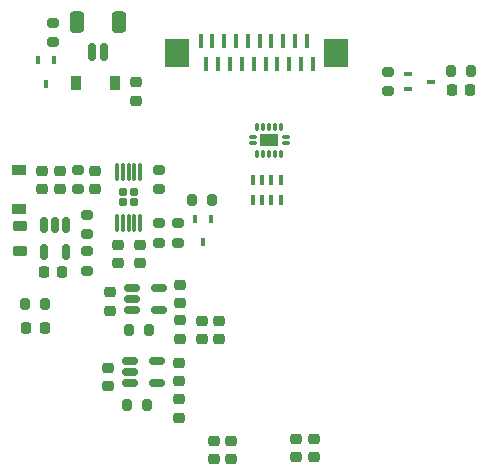
<source format=gbr>
%TF.GenerationSoftware,KiCad,Pcbnew,6.0.0-d3dd2cf0fa~116~ubuntu20.04.1*%
%TF.CreationDate,2022-01-19T11:27:02+02:00*%
%TF.ProjectId,isc0901b0-breakout,69736330-3930-4316-9230-2d627265616b,rev2*%
%TF.SameCoordinates,Original*%
%TF.FileFunction,Paste,Bot*%
%TF.FilePolarity,Positive*%
%FSLAX46Y46*%
G04 Gerber Fmt 4.6, Leading zero omitted, Abs format (unit mm)*
G04 Created by KiCad (PCBNEW 6.0.0-d3dd2cf0fa~116~ubuntu20.04.1) date 2022-01-19 11:27:02*
%MOMM*%
%LPD*%
G01*
G04 APERTURE LIST*
G04 Aperture macros list*
%AMRoundRect*
0 Rectangle with rounded corners*
0 $1 Rounding radius*
0 $2 $3 $4 $5 $6 $7 $8 $9 X,Y pos of 4 corners*
0 Add a 4 corners polygon primitive as box body*
4,1,4,$2,$3,$4,$5,$6,$7,$8,$9,$2,$3,0*
0 Add four circle primitives for the rounded corners*
1,1,$1+$1,$2,$3*
1,1,$1+$1,$4,$5*
1,1,$1+$1,$6,$7*
1,1,$1+$1,$8,$9*
0 Add four rect primitives between the rounded corners*
20,1,$1+$1,$2,$3,$4,$5,0*
20,1,$1+$1,$4,$5,$6,$7,0*
20,1,$1+$1,$6,$7,$8,$9,0*
20,1,$1+$1,$8,$9,$2,$3,0*%
G04 Aperture macros list end*
%ADD10RoundRect,0.008202X0.291798X0.116798X-0.291798X0.116798X-0.291798X-0.116798X0.291798X-0.116798X0*%
%ADD11RoundRect,0.008202X0.116798X-0.291798X0.116798X0.291798X-0.116798X0.291798X-0.116798X-0.291798X0*%
%ADD12RoundRect,0.032808X0.717192X-0.467192X0.717192X0.467192X-0.717192X0.467192X-0.717192X-0.467192X0*%
%ADD13RoundRect,0.200000X-0.200000X-0.275000X0.200000X-0.275000X0.200000X0.275000X-0.200000X0.275000X0*%
%ADD14RoundRect,0.200000X0.275000X-0.200000X0.275000X0.200000X-0.275000X0.200000X-0.275000X-0.200000X0*%
%ADD15R,0.700000X0.450000*%
%ADD16RoundRect,0.218750X-0.218750X-0.256250X0.218750X-0.256250X0.218750X0.256250X-0.218750X0.256250X0*%
%ADD17RoundRect,0.225000X-0.250000X0.225000X-0.250000X-0.225000X0.250000X-0.225000X0.250000X0.225000X0*%
%ADD18RoundRect,0.225000X0.250000X-0.225000X0.250000X0.225000X-0.250000X0.225000X-0.250000X-0.225000X0*%
%ADD19RoundRect,0.225000X-0.225000X-0.250000X0.225000X-0.250000X0.225000X0.250000X-0.225000X0.250000X0*%
%ADD20R,1.200000X0.900000*%
%ADD21RoundRect,0.218750X0.256250X-0.218750X0.256250X0.218750X-0.256250X0.218750X-0.256250X-0.218750X0*%
%ADD22RoundRect,0.218750X0.381250X-0.218750X0.381250X0.218750X-0.381250X0.218750X-0.381250X-0.218750X0*%
%ADD23RoundRect,0.200000X-0.275000X0.200000X-0.275000X-0.200000X0.275000X-0.200000X0.275000X0.200000X0*%
%ADD24RoundRect,0.150000X-0.512500X-0.150000X0.512500X-0.150000X0.512500X0.150000X-0.512500X0.150000X0*%
%ADD25RoundRect,0.218750X0.218750X0.256250X-0.218750X0.256250X-0.218750X-0.256250X0.218750X-0.256250X0*%
%ADD26RoundRect,0.200000X0.200000X0.275000X-0.200000X0.275000X-0.200000X-0.275000X0.200000X-0.275000X0*%
%ADD27RoundRect,0.150000X-0.150000X0.512500X-0.150000X-0.512500X0.150000X-0.512500X0.150000X0.512500X0*%
%ADD28RoundRect,0.075000X-0.075000X0.650000X-0.075000X-0.650000X0.075000X-0.650000X0.075000X0.650000X0*%
%ADD29RoundRect,0.170000X-0.210000X0.170000X-0.210000X-0.170000X0.210000X-0.170000X0.210000X0.170000X0*%
%ADD30R,0.450000X0.700000*%
%ADD31R,0.900000X1.200000*%
%ADD32RoundRect,0.218750X-0.256250X0.218750X-0.256250X-0.218750X0.256250X-0.218750X0.256250X0.218750X0*%
%ADD33RoundRect,0.150000X0.150000X0.625000X-0.150000X0.625000X-0.150000X-0.625000X0.150000X-0.625000X0*%
%ADD34RoundRect,0.250000X0.350000X0.650000X-0.350000X0.650000X-0.350000X-0.650000X0.350000X-0.650000X0*%
%ADD35R,0.400000X0.900000*%
%ADD36R,0.400000X1.150000*%
%ADD37R,2.000000X2.400000*%
G04 APERTURE END LIST*
D10*
%TO.C,U5*%
X66100000Y-106850000D03*
D11*
X66500000Y-105950000D03*
X67000000Y-105950000D03*
X67500000Y-105950000D03*
X68000000Y-105950000D03*
X68500000Y-105950000D03*
D10*
X68900000Y-106850000D03*
D12*
X67500000Y-107100000D03*
D10*
X68900000Y-107350000D03*
D11*
X68500000Y-108250000D03*
X68000000Y-108250000D03*
X67500000Y-108250000D03*
X67000000Y-108250000D03*
X66500000Y-108250000D03*
D10*
X66100000Y-107350000D03*
%TD*%
D13*
%TO.C,R13*%
X82912500Y-101250000D03*
X84562500Y-101250000D03*
%TD*%
D14*
%TO.C,R1*%
X77537500Y-102975000D03*
X77537500Y-101325000D03*
%TD*%
D15*
%TO.C,Q3*%
X79237500Y-102800000D03*
X79237500Y-101500000D03*
X81237500Y-102150000D03*
%TD*%
D16*
%TO.C,D1*%
X82950000Y-102850000D03*
X84525000Y-102850000D03*
%TD*%
D17*
%TO.C,C1*%
X71300000Y-132375000D03*
X71300000Y-133925000D03*
%TD*%
%TO.C,C2*%
X62800000Y-132575000D03*
X62800000Y-134125000D03*
%TD*%
%TO.C,C3*%
X69800000Y-132375000D03*
X69800000Y-133925000D03*
%TD*%
%TO.C,C4*%
X64300000Y-132575000D03*
X64300000Y-134125000D03*
%TD*%
D18*
%TO.C,C5*%
X63300000Y-123925000D03*
X63300000Y-122375000D03*
%TD*%
%TO.C,C6*%
X61800000Y-123925000D03*
X61800000Y-122375000D03*
%TD*%
D19*
%TO.C,C7*%
X48425000Y-118300000D03*
X49975000Y-118300000D03*
%TD*%
D17*
%TO.C,C8*%
X52800000Y-109675000D03*
X52800000Y-111225000D03*
%TD*%
%TO.C,C9*%
X48300000Y-109675000D03*
X48300000Y-111225000D03*
%TD*%
D18*
%TO.C,C10*%
X53900000Y-127925000D03*
X53900000Y-126375000D03*
%TD*%
%TO.C,C11*%
X54000000Y-121525000D03*
X54000000Y-119975000D03*
%TD*%
D17*
%TO.C,C12*%
X49800000Y-109675000D03*
X49800000Y-111225000D03*
%TD*%
D18*
%TO.C,C13*%
X59900000Y-127525000D03*
X59900000Y-125975000D03*
%TD*%
%TO.C,C14*%
X60000000Y-120925000D03*
X60000000Y-119375000D03*
%TD*%
D20*
%TO.C,D2*%
X46300000Y-109600000D03*
X46300000Y-112900000D03*
%TD*%
D21*
%TO.C,FB1*%
X59900000Y-130587500D03*
X59900000Y-129012500D03*
%TD*%
D22*
%TO.C,L1*%
X46400000Y-116512500D03*
X46400000Y-114387500D03*
%TD*%
D23*
%TO.C,R2*%
X52100000Y-116525000D03*
X52100000Y-118175000D03*
%TD*%
%TO.C,R3*%
X51300000Y-109625000D03*
X51300000Y-111275000D03*
%TD*%
%TO.C,R4*%
X52100000Y-113425000D03*
X52100000Y-115075000D03*
%TD*%
D13*
%TO.C,R5*%
X55475000Y-129550000D03*
X57125000Y-129550000D03*
%TD*%
%TO.C,R6*%
X55675000Y-123150000D03*
X57325000Y-123150000D03*
%TD*%
D24*
%TO.C,U2*%
X55762500Y-127700000D03*
X55762500Y-126750000D03*
X55762500Y-125800000D03*
X58037500Y-125800000D03*
X58037500Y-127700000D03*
%TD*%
%TO.C,U3*%
X55862500Y-121500000D03*
X55862500Y-120550000D03*
X55862500Y-119600000D03*
X58137500Y-119600000D03*
X58137500Y-121500000D03*
%TD*%
D25*
%TO.C,D3*%
X48487500Y-123000000D03*
X46912500Y-123000000D03*
%TD*%
D26*
%TO.C,R11*%
X48525000Y-121000000D03*
X46875000Y-121000000D03*
%TD*%
D27*
%TO.C,U1*%
X48420000Y-114322500D03*
X49370000Y-114322500D03*
X50320000Y-114322500D03*
X50320000Y-116597500D03*
X48420000Y-116597500D03*
%TD*%
D28*
%TO.C,U4*%
X54600000Y-109800000D03*
X55100000Y-109800000D03*
X55600000Y-109800000D03*
X56100000Y-109800000D03*
X56600000Y-109800000D03*
X56600000Y-114100000D03*
X56100000Y-114100000D03*
X55600000Y-114100000D03*
X55100000Y-114100000D03*
X54600000Y-114100000D03*
D29*
X55130000Y-111530000D03*
X56070000Y-111530000D03*
X55130000Y-112370000D03*
X56070000Y-112370000D03*
%TD*%
D23*
%TO.C,R8*%
X59800000Y-114125000D03*
X59800000Y-115775000D03*
%TD*%
D30*
%TO.C,Q1*%
X61250000Y-113750000D03*
X62550000Y-113750000D03*
X61900000Y-115750000D03*
%TD*%
D13*
%TO.C,R7*%
X60975000Y-112150000D03*
X62625000Y-112150000D03*
%TD*%
D23*
%TO.C,R10*%
X58200000Y-114125000D03*
X58200000Y-115775000D03*
%TD*%
%TO.C,R9*%
X58200000Y-109625000D03*
X58200000Y-111275000D03*
%TD*%
D21*
%TO.C,FB3*%
X54700000Y-117525000D03*
X54700000Y-115950000D03*
%TD*%
D18*
%TO.C,C15*%
X56600000Y-117500000D03*
X56600000Y-115950000D03*
%TD*%
D21*
%TO.C,FB2*%
X60000000Y-123937500D03*
X60000000Y-122362500D03*
%TD*%
D31*
%TO.C,D4*%
X54450000Y-102300000D03*
X51150000Y-102300000D03*
%TD*%
D32*
%TO.C,FB4*%
X56200000Y-102212500D03*
X56200000Y-103787500D03*
%TD*%
D30*
%TO.C,Q2*%
X47950000Y-100350000D03*
X49250000Y-100350000D03*
X48600000Y-102350000D03*
%TD*%
D14*
%TO.C,R12*%
X49200000Y-98825000D03*
X49200000Y-97175000D03*
%TD*%
D33*
%TO.C,J5*%
X53500000Y-99625000D03*
X52500000Y-99625000D03*
D34*
X54800000Y-97100000D03*
X51200000Y-97100000D03*
%TD*%
D35*
%TO.C,RN1*%
X66900000Y-110450000D03*
X67700000Y-110450000D03*
X66100000Y-110450000D03*
X68500000Y-110450000D03*
X66100000Y-112150000D03*
X66900000Y-112150000D03*
X67700000Y-112150000D03*
X68500000Y-112150000D03*
%TD*%
D36*
%TO.C,J1*%
X61700000Y-98725000D03*
X62200000Y-100675000D03*
X62700000Y-98725000D03*
X63200000Y-100675000D03*
X63700000Y-98725000D03*
X64200000Y-100675000D03*
X64700000Y-98725000D03*
X65200000Y-100675000D03*
X65700000Y-98725000D03*
X66200000Y-100675000D03*
X66700000Y-98725000D03*
X67200000Y-100675000D03*
X67700000Y-98725000D03*
X68200000Y-100675000D03*
X68700000Y-98725000D03*
X69200000Y-100675000D03*
X69700000Y-98725000D03*
X70200000Y-100675000D03*
X70700000Y-98725000D03*
X71200000Y-100675000D03*
D37*
X59700000Y-99700000D03*
X73200000Y-99700000D03*
%TD*%
M02*

</source>
